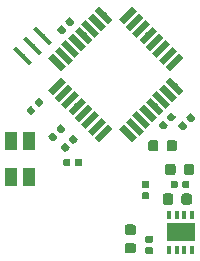
<source format=gbr>
G04 #@! TF.GenerationSoftware,KiCad,Pcbnew,(5.1.2)-2*
G04 #@! TF.CreationDate,2020-03-09T10:25:20+01:00*
G04 #@! TF.ProjectId,ACM-pcb,41434d2d-7063-4622-9e6b-696361645f70,rev?*
G04 #@! TF.SameCoordinates,Original*
G04 #@! TF.FileFunction,Paste,Top*
G04 #@! TF.FilePolarity,Positive*
%FSLAX46Y46*%
G04 Gerber Fmt 4.6, Leading zero omitted, Abs format (unit mm)*
G04 Created by KiCad (PCBNEW (5.1.2)-2) date 2020-03-09 10:25:20*
%MOMM*%
%LPD*%
G04 APERTURE LIST*
%ADD10C,0.100000*%
%ADD11C,0.875000*%
%ADD12C,0.550000*%
%ADD13R,1.100000X1.500000*%
%ADD14C,0.590000*%
%ADD15C,0.400000*%
%ADD16R,0.350000X0.750000*%
%ADD17R,2.400000X1.600000*%
G04 APERTURE END LIST*
D10*
G36*
X78700791Y-82533253D02*
G01*
X78722026Y-82536403D01*
X78742850Y-82541619D01*
X78763062Y-82548851D01*
X78782468Y-82558030D01*
X78800881Y-82569066D01*
X78818124Y-82581854D01*
X78834030Y-82596270D01*
X78848446Y-82612176D01*
X78861234Y-82629419D01*
X78872270Y-82647832D01*
X78881449Y-82667238D01*
X78888681Y-82687450D01*
X78893897Y-82708274D01*
X78897047Y-82729509D01*
X78898100Y-82750950D01*
X78898100Y-83263450D01*
X78897047Y-83284891D01*
X78893897Y-83306126D01*
X78888681Y-83326950D01*
X78881449Y-83347162D01*
X78872270Y-83366568D01*
X78861234Y-83384981D01*
X78848446Y-83402224D01*
X78834030Y-83418130D01*
X78818124Y-83432546D01*
X78800881Y-83445334D01*
X78782468Y-83456370D01*
X78763062Y-83465549D01*
X78742850Y-83472781D01*
X78722026Y-83477997D01*
X78700791Y-83481147D01*
X78679350Y-83482200D01*
X78241850Y-83482200D01*
X78220409Y-83481147D01*
X78199174Y-83477997D01*
X78178350Y-83472781D01*
X78158138Y-83465549D01*
X78138732Y-83456370D01*
X78120319Y-83445334D01*
X78103076Y-83432546D01*
X78087170Y-83418130D01*
X78072754Y-83402224D01*
X78059966Y-83384981D01*
X78048930Y-83366568D01*
X78039751Y-83347162D01*
X78032519Y-83326950D01*
X78027303Y-83306126D01*
X78024153Y-83284891D01*
X78023100Y-83263450D01*
X78023100Y-82750950D01*
X78024153Y-82729509D01*
X78027303Y-82708274D01*
X78032519Y-82687450D01*
X78039751Y-82667238D01*
X78048930Y-82647832D01*
X78059966Y-82629419D01*
X78072754Y-82612176D01*
X78087170Y-82596270D01*
X78103076Y-82581854D01*
X78120319Y-82569066D01*
X78138732Y-82558030D01*
X78158138Y-82548851D01*
X78178350Y-82541619D01*
X78199174Y-82536403D01*
X78220409Y-82533253D01*
X78241850Y-82532200D01*
X78679350Y-82532200D01*
X78700791Y-82533253D01*
X78700791Y-82533253D01*
G37*
D11*
X78460600Y-83007200D03*
D10*
G36*
X80275791Y-82533253D02*
G01*
X80297026Y-82536403D01*
X80317850Y-82541619D01*
X80338062Y-82548851D01*
X80357468Y-82558030D01*
X80375881Y-82569066D01*
X80393124Y-82581854D01*
X80409030Y-82596270D01*
X80423446Y-82612176D01*
X80436234Y-82629419D01*
X80447270Y-82647832D01*
X80456449Y-82667238D01*
X80463681Y-82687450D01*
X80468897Y-82708274D01*
X80472047Y-82729509D01*
X80473100Y-82750950D01*
X80473100Y-83263450D01*
X80472047Y-83284891D01*
X80468897Y-83306126D01*
X80463681Y-83326950D01*
X80456449Y-83347162D01*
X80447270Y-83366568D01*
X80436234Y-83384981D01*
X80423446Y-83402224D01*
X80409030Y-83418130D01*
X80393124Y-83432546D01*
X80375881Y-83445334D01*
X80357468Y-83456370D01*
X80338062Y-83465549D01*
X80317850Y-83472781D01*
X80297026Y-83477997D01*
X80275791Y-83481147D01*
X80254350Y-83482200D01*
X79816850Y-83482200D01*
X79795409Y-83481147D01*
X79774174Y-83477997D01*
X79753350Y-83472781D01*
X79733138Y-83465549D01*
X79713732Y-83456370D01*
X79695319Y-83445334D01*
X79678076Y-83432546D01*
X79662170Y-83418130D01*
X79647754Y-83402224D01*
X79634966Y-83384981D01*
X79623930Y-83366568D01*
X79614751Y-83347162D01*
X79607519Y-83326950D01*
X79602303Y-83306126D01*
X79599153Y-83284891D01*
X79598100Y-83263450D01*
X79598100Y-82750950D01*
X79599153Y-82729509D01*
X79602303Y-82708274D01*
X79607519Y-82687450D01*
X79614751Y-82667238D01*
X79623930Y-82647832D01*
X79634966Y-82629419D01*
X79647754Y-82612176D01*
X79662170Y-82596270D01*
X79678076Y-82581854D01*
X79695319Y-82569066D01*
X79713732Y-82558030D01*
X79733138Y-82548851D01*
X79753350Y-82541619D01*
X79774174Y-82536403D01*
X79795409Y-82533253D01*
X79816850Y-82532200D01*
X80254350Y-82532200D01*
X80275791Y-82533253D01*
X80275791Y-82533253D01*
G37*
D11*
X80035600Y-83007200D03*
D10*
G36*
X79027691Y-78026053D02*
G01*
X79048926Y-78029203D01*
X79069750Y-78034419D01*
X79089962Y-78041651D01*
X79109368Y-78050830D01*
X79127781Y-78061866D01*
X79145024Y-78074654D01*
X79160930Y-78089070D01*
X79175346Y-78104976D01*
X79188134Y-78122219D01*
X79199170Y-78140632D01*
X79208349Y-78160038D01*
X79215581Y-78180250D01*
X79220797Y-78201074D01*
X79223947Y-78222309D01*
X79225000Y-78243750D01*
X79225000Y-78756250D01*
X79223947Y-78777691D01*
X79220797Y-78798926D01*
X79215581Y-78819750D01*
X79208349Y-78839962D01*
X79199170Y-78859368D01*
X79188134Y-78877781D01*
X79175346Y-78895024D01*
X79160930Y-78910930D01*
X79145024Y-78925346D01*
X79127781Y-78938134D01*
X79109368Y-78949170D01*
X79089962Y-78958349D01*
X79069750Y-78965581D01*
X79048926Y-78970797D01*
X79027691Y-78973947D01*
X79006250Y-78975000D01*
X78568750Y-78975000D01*
X78547309Y-78973947D01*
X78526074Y-78970797D01*
X78505250Y-78965581D01*
X78485038Y-78958349D01*
X78465632Y-78949170D01*
X78447219Y-78938134D01*
X78429976Y-78925346D01*
X78414070Y-78910930D01*
X78399654Y-78895024D01*
X78386866Y-78877781D01*
X78375830Y-78859368D01*
X78366651Y-78839962D01*
X78359419Y-78819750D01*
X78354203Y-78798926D01*
X78351053Y-78777691D01*
X78350000Y-78756250D01*
X78350000Y-78243750D01*
X78351053Y-78222309D01*
X78354203Y-78201074D01*
X78359419Y-78180250D01*
X78366651Y-78160038D01*
X78375830Y-78140632D01*
X78386866Y-78122219D01*
X78399654Y-78104976D01*
X78414070Y-78089070D01*
X78429976Y-78074654D01*
X78447219Y-78061866D01*
X78465632Y-78050830D01*
X78485038Y-78041651D01*
X78505250Y-78034419D01*
X78526074Y-78029203D01*
X78547309Y-78026053D01*
X78568750Y-78025000D01*
X79006250Y-78025000D01*
X79027691Y-78026053D01*
X79027691Y-78026053D01*
G37*
D11*
X78787500Y-78500000D03*
D10*
G36*
X77452691Y-78026053D02*
G01*
X77473926Y-78029203D01*
X77494750Y-78034419D01*
X77514962Y-78041651D01*
X77534368Y-78050830D01*
X77552781Y-78061866D01*
X77570024Y-78074654D01*
X77585930Y-78089070D01*
X77600346Y-78104976D01*
X77613134Y-78122219D01*
X77624170Y-78140632D01*
X77633349Y-78160038D01*
X77640581Y-78180250D01*
X77645797Y-78201074D01*
X77648947Y-78222309D01*
X77650000Y-78243750D01*
X77650000Y-78756250D01*
X77648947Y-78777691D01*
X77645797Y-78798926D01*
X77640581Y-78819750D01*
X77633349Y-78839962D01*
X77624170Y-78859368D01*
X77613134Y-78877781D01*
X77600346Y-78895024D01*
X77585930Y-78910930D01*
X77570024Y-78925346D01*
X77552781Y-78938134D01*
X77534368Y-78949170D01*
X77514962Y-78958349D01*
X77494750Y-78965581D01*
X77473926Y-78970797D01*
X77452691Y-78973947D01*
X77431250Y-78975000D01*
X76993750Y-78975000D01*
X76972309Y-78973947D01*
X76951074Y-78970797D01*
X76930250Y-78965581D01*
X76910038Y-78958349D01*
X76890632Y-78949170D01*
X76872219Y-78938134D01*
X76854976Y-78925346D01*
X76839070Y-78910930D01*
X76824654Y-78895024D01*
X76811866Y-78877781D01*
X76800830Y-78859368D01*
X76791651Y-78839962D01*
X76784419Y-78819750D01*
X76779203Y-78798926D01*
X76776053Y-78777691D01*
X76775000Y-78756250D01*
X76775000Y-78243750D01*
X76776053Y-78222309D01*
X76779203Y-78201074D01*
X76784419Y-78180250D01*
X76791651Y-78160038D01*
X76800830Y-78140632D01*
X76811866Y-78122219D01*
X76824654Y-78104976D01*
X76839070Y-78089070D01*
X76854976Y-78074654D01*
X76872219Y-78061866D01*
X76890632Y-78050830D01*
X76910038Y-78041651D01*
X76930250Y-78034419D01*
X76951074Y-78029203D01*
X76972309Y-78026053D01*
X76993750Y-78025000D01*
X77431250Y-78025000D01*
X77452691Y-78026053D01*
X77452691Y-78026053D01*
G37*
D11*
X77212500Y-78500000D03*
D12*
X73018019Y-67461165D03*
D10*
G36*
X72257879Y-67089934D02*
G01*
X72646788Y-66701025D01*
X73778159Y-67832396D01*
X73389250Y-68221305D01*
X72257879Y-67089934D01*
X72257879Y-67089934D01*
G37*
D12*
X72452334Y-68026851D03*
D10*
G36*
X71692194Y-67655620D02*
G01*
X72081103Y-67266711D01*
X73212474Y-68398082D01*
X72823565Y-68786991D01*
X71692194Y-67655620D01*
X71692194Y-67655620D01*
G37*
D12*
X71886648Y-68592536D03*
D10*
G36*
X71126508Y-68221305D02*
G01*
X71515417Y-67832396D01*
X72646788Y-68963767D01*
X72257879Y-69352676D01*
X71126508Y-68221305D01*
X71126508Y-68221305D01*
G37*
D12*
X71320963Y-69158221D03*
D10*
G36*
X70560823Y-68786990D02*
G01*
X70949732Y-68398081D01*
X72081103Y-69529452D01*
X71692194Y-69918361D01*
X70560823Y-68786990D01*
X70560823Y-68786990D01*
G37*
D12*
X70755277Y-69723907D03*
D10*
G36*
X69995137Y-69352676D02*
G01*
X70384046Y-68963767D01*
X71515417Y-70095138D01*
X71126508Y-70484047D01*
X69995137Y-69352676D01*
X69995137Y-69352676D01*
G37*
D12*
X70189592Y-70289592D03*
D10*
G36*
X69429452Y-69918361D02*
G01*
X69818361Y-69529452D01*
X70949732Y-70660823D01*
X70560823Y-71049732D01*
X69429452Y-69918361D01*
X69429452Y-69918361D01*
G37*
D12*
X69623907Y-70855278D03*
D10*
G36*
X68863767Y-70484047D02*
G01*
X69252676Y-70095138D01*
X70384047Y-71226509D01*
X69995138Y-71615418D01*
X68863767Y-70484047D01*
X68863767Y-70484047D01*
G37*
D12*
X69058221Y-71420963D03*
D10*
G36*
X68298081Y-71049732D02*
G01*
X68686990Y-70660823D01*
X69818361Y-71792194D01*
X69429452Y-72181103D01*
X68298081Y-71049732D01*
X68298081Y-71049732D01*
G37*
D12*
X69058221Y-73471573D03*
D10*
G36*
X68686990Y-74231713D02*
G01*
X68298081Y-73842804D01*
X69429452Y-72711433D01*
X69818361Y-73100342D01*
X68686990Y-74231713D01*
X68686990Y-74231713D01*
G37*
D12*
X69623907Y-74037258D03*
D10*
G36*
X69252676Y-74797398D02*
G01*
X68863767Y-74408489D01*
X69995138Y-73277118D01*
X70384047Y-73666027D01*
X69252676Y-74797398D01*
X69252676Y-74797398D01*
G37*
D12*
X70189592Y-74602944D03*
D10*
G36*
X69818361Y-75363084D02*
G01*
X69429452Y-74974175D01*
X70560823Y-73842804D01*
X70949732Y-74231713D01*
X69818361Y-75363084D01*
X69818361Y-75363084D01*
G37*
D12*
X70755277Y-75168629D03*
D10*
G36*
X70384046Y-75928769D02*
G01*
X69995137Y-75539860D01*
X71126508Y-74408489D01*
X71515417Y-74797398D01*
X70384046Y-75928769D01*
X70384046Y-75928769D01*
G37*
D12*
X71320963Y-75734315D03*
D10*
G36*
X70949732Y-76494455D02*
G01*
X70560823Y-76105546D01*
X71692194Y-74974175D01*
X72081103Y-75363084D01*
X70949732Y-76494455D01*
X70949732Y-76494455D01*
G37*
D12*
X71886648Y-76300000D03*
D10*
G36*
X71515417Y-77060140D02*
G01*
X71126508Y-76671231D01*
X72257879Y-75539860D01*
X72646788Y-75928769D01*
X71515417Y-77060140D01*
X71515417Y-77060140D01*
G37*
D12*
X72452334Y-76865685D03*
D10*
G36*
X72081103Y-77625825D02*
G01*
X71692194Y-77236916D01*
X72823565Y-76105545D01*
X73212474Y-76494454D01*
X72081103Y-77625825D01*
X72081103Y-77625825D01*
G37*
D12*
X73018019Y-77431371D03*
D10*
G36*
X72646788Y-78191511D02*
G01*
X72257879Y-77802602D01*
X73389250Y-76671231D01*
X73778159Y-77060140D01*
X72646788Y-78191511D01*
X72646788Y-78191511D01*
G37*
D12*
X75068629Y-77431371D03*
D10*
G36*
X74308489Y-77060140D02*
G01*
X74697398Y-76671231D01*
X75828769Y-77802602D01*
X75439860Y-78191511D01*
X74308489Y-77060140D01*
X74308489Y-77060140D01*
G37*
D12*
X75634314Y-76865685D03*
D10*
G36*
X74874174Y-76494454D02*
G01*
X75263083Y-76105545D01*
X76394454Y-77236916D01*
X76005545Y-77625825D01*
X74874174Y-76494454D01*
X74874174Y-76494454D01*
G37*
D12*
X76200000Y-76300000D03*
D10*
G36*
X75439860Y-75928769D02*
G01*
X75828769Y-75539860D01*
X76960140Y-76671231D01*
X76571231Y-77060140D01*
X75439860Y-75928769D01*
X75439860Y-75928769D01*
G37*
D12*
X76765685Y-75734315D03*
D10*
G36*
X76005545Y-75363084D02*
G01*
X76394454Y-74974175D01*
X77525825Y-76105546D01*
X77136916Y-76494455D01*
X76005545Y-75363084D01*
X76005545Y-75363084D01*
G37*
D12*
X77331371Y-75168629D03*
D10*
G36*
X76571231Y-74797398D02*
G01*
X76960140Y-74408489D01*
X78091511Y-75539860D01*
X77702602Y-75928769D01*
X76571231Y-74797398D01*
X76571231Y-74797398D01*
G37*
D12*
X77897056Y-74602944D03*
D10*
G36*
X77136916Y-74231713D02*
G01*
X77525825Y-73842804D01*
X78657196Y-74974175D01*
X78268287Y-75363084D01*
X77136916Y-74231713D01*
X77136916Y-74231713D01*
G37*
D12*
X78462741Y-74037258D03*
D10*
G36*
X77702601Y-73666027D02*
G01*
X78091510Y-73277118D01*
X79222881Y-74408489D01*
X78833972Y-74797398D01*
X77702601Y-73666027D01*
X77702601Y-73666027D01*
G37*
D12*
X79028427Y-73471573D03*
D10*
G36*
X78268287Y-73100342D02*
G01*
X78657196Y-72711433D01*
X79788567Y-73842804D01*
X79399658Y-74231713D01*
X78268287Y-73100342D01*
X78268287Y-73100342D01*
G37*
D12*
X79028427Y-71420963D03*
D10*
G36*
X78657196Y-72181103D02*
G01*
X78268287Y-71792194D01*
X79399658Y-70660823D01*
X79788567Y-71049732D01*
X78657196Y-72181103D01*
X78657196Y-72181103D01*
G37*
D12*
X78462741Y-70855278D03*
D10*
G36*
X78091510Y-71615418D02*
G01*
X77702601Y-71226509D01*
X78833972Y-70095138D01*
X79222881Y-70484047D01*
X78091510Y-71615418D01*
X78091510Y-71615418D01*
G37*
D12*
X77897056Y-70289592D03*
D10*
G36*
X77525825Y-71049732D02*
G01*
X77136916Y-70660823D01*
X78268287Y-69529452D01*
X78657196Y-69918361D01*
X77525825Y-71049732D01*
X77525825Y-71049732D01*
G37*
D12*
X77331371Y-69723907D03*
D10*
G36*
X76960140Y-70484047D02*
G01*
X76571231Y-70095138D01*
X77702602Y-68963767D01*
X78091511Y-69352676D01*
X76960140Y-70484047D01*
X76960140Y-70484047D01*
G37*
D12*
X76765685Y-69158221D03*
D10*
G36*
X76394454Y-69918361D02*
G01*
X76005545Y-69529452D01*
X77136916Y-68398081D01*
X77525825Y-68786990D01*
X76394454Y-69918361D01*
X76394454Y-69918361D01*
G37*
D12*
X76200000Y-68592536D03*
D10*
G36*
X75828769Y-69352676D02*
G01*
X75439860Y-68963767D01*
X76571231Y-67832396D01*
X76960140Y-68221305D01*
X75828769Y-69352676D01*
X75828769Y-69352676D01*
G37*
D12*
X75634314Y-68026851D03*
D10*
G36*
X75263083Y-68786991D02*
G01*
X74874174Y-68398082D01*
X76005545Y-67266711D01*
X76394454Y-67655620D01*
X75263083Y-68786991D01*
X75263083Y-68786991D01*
G37*
D12*
X75068629Y-67461165D03*
D10*
G36*
X74697398Y-68221305D02*
G01*
X74308489Y-67832396D01*
X75439860Y-66701025D01*
X75828769Y-67089934D01*
X74697398Y-68221305D01*
X74697398Y-68221305D01*
G37*
D13*
X65188400Y-81103600D03*
X65188400Y-78103600D03*
X66688400Y-78103600D03*
X66688400Y-81103600D03*
D10*
G36*
X70061958Y-79580710D02*
G01*
X70076276Y-79582834D01*
X70090317Y-79586351D01*
X70103946Y-79591228D01*
X70117031Y-79597417D01*
X70129447Y-79604858D01*
X70141073Y-79613481D01*
X70151798Y-79623202D01*
X70161519Y-79633927D01*
X70170142Y-79645553D01*
X70177583Y-79657969D01*
X70183772Y-79671054D01*
X70188649Y-79684683D01*
X70192166Y-79698724D01*
X70194290Y-79713042D01*
X70195000Y-79727500D01*
X70195000Y-80072500D01*
X70194290Y-80086958D01*
X70192166Y-80101276D01*
X70188649Y-80115317D01*
X70183772Y-80128946D01*
X70177583Y-80142031D01*
X70170142Y-80154447D01*
X70161519Y-80166073D01*
X70151798Y-80176798D01*
X70141073Y-80186519D01*
X70129447Y-80195142D01*
X70117031Y-80202583D01*
X70103946Y-80208772D01*
X70090317Y-80213649D01*
X70076276Y-80217166D01*
X70061958Y-80219290D01*
X70047500Y-80220000D01*
X69752500Y-80220000D01*
X69738042Y-80219290D01*
X69723724Y-80217166D01*
X69709683Y-80213649D01*
X69696054Y-80208772D01*
X69682969Y-80202583D01*
X69670553Y-80195142D01*
X69658927Y-80186519D01*
X69648202Y-80176798D01*
X69638481Y-80166073D01*
X69629858Y-80154447D01*
X69622417Y-80142031D01*
X69616228Y-80128946D01*
X69611351Y-80115317D01*
X69607834Y-80101276D01*
X69605710Y-80086958D01*
X69605000Y-80072500D01*
X69605000Y-79727500D01*
X69605710Y-79713042D01*
X69607834Y-79698724D01*
X69611351Y-79684683D01*
X69616228Y-79671054D01*
X69622417Y-79657969D01*
X69629858Y-79645553D01*
X69638481Y-79633927D01*
X69648202Y-79623202D01*
X69658927Y-79613481D01*
X69670553Y-79604858D01*
X69682969Y-79597417D01*
X69696054Y-79591228D01*
X69709683Y-79586351D01*
X69723724Y-79582834D01*
X69738042Y-79580710D01*
X69752500Y-79580000D01*
X70047500Y-79580000D01*
X70061958Y-79580710D01*
X70061958Y-79580710D01*
G37*
D14*
X69900000Y-79900000D03*
D10*
G36*
X71031958Y-79580710D02*
G01*
X71046276Y-79582834D01*
X71060317Y-79586351D01*
X71073946Y-79591228D01*
X71087031Y-79597417D01*
X71099447Y-79604858D01*
X71111073Y-79613481D01*
X71121798Y-79623202D01*
X71131519Y-79633927D01*
X71140142Y-79645553D01*
X71147583Y-79657969D01*
X71153772Y-79671054D01*
X71158649Y-79684683D01*
X71162166Y-79698724D01*
X71164290Y-79713042D01*
X71165000Y-79727500D01*
X71165000Y-80072500D01*
X71164290Y-80086958D01*
X71162166Y-80101276D01*
X71158649Y-80115317D01*
X71153772Y-80128946D01*
X71147583Y-80142031D01*
X71140142Y-80154447D01*
X71131519Y-80166073D01*
X71121798Y-80176798D01*
X71111073Y-80186519D01*
X71099447Y-80195142D01*
X71087031Y-80202583D01*
X71073946Y-80208772D01*
X71060317Y-80213649D01*
X71046276Y-80217166D01*
X71031958Y-80219290D01*
X71017500Y-80220000D01*
X70722500Y-80220000D01*
X70708042Y-80219290D01*
X70693724Y-80217166D01*
X70679683Y-80213649D01*
X70666054Y-80208772D01*
X70652969Y-80202583D01*
X70640553Y-80195142D01*
X70628927Y-80186519D01*
X70618202Y-80176798D01*
X70608481Y-80166073D01*
X70599858Y-80154447D01*
X70592417Y-80142031D01*
X70586228Y-80128946D01*
X70581351Y-80115317D01*
X70577834Y-80101276D01*
X70575710Y-80086958D01*
X70575000Y-80072500D01*
X70575000Y-79727500D01*
X70575710Y-79713042D01*
X70577834Y-79698724D01*
X70581351Y-79684683D01*
X70586228Y-79671054D01*
X70592417Y-79657969D01*
X70599858Y-79645553D01*
X70608481Y-79633927D01*
X70618202Y-79623202D01*
X70628927Y-79613481D01*
X70640553Y-79604858D01*
X70652969Y-79597417D01*
X70666054Y-79591228D01*
X70679683Y-79586351D01*
X70693724Y-79582834D01*
X70708042Y-79580710D01*
X70722500Y-79580000D01*
X71017500Y-79580000D01*
X71031958Y-79580710D01*
X71031958Y-79580710D01*
G37*
D14*
X70870000Y-79900000D03*
D10*
G36*
X69745086Y-78265430D02*
G01*
X69759404Y-78267554D01*
X69773445Y-78271071D01*
X69787074Y-78275948D01*
X69800159Y-78282137D01*
X69812575Y-78289578D01*
X69824201Y-78298201D01*
X69834926Y-78307922D01*
X70078878Y-78551874D01*
X70088599Y-78562599D01*
X70097222Y-78574225D01*
X70104663Y-78586641D01*
X70110852Y-78599726D01*
X70115729Y-78613355D01*
X70119246Y-78627396D01*
X70121370Y-78641714D01*
X70122080Y-78656172D01*
X70121370Y-78670630D01*
X70119246Y-78684948D01*
X70115729Y-78698989D01*
X70110852Y-78712618D01*
X70104663Y-78725703D01*
X70097222Y-78738119D01*
X70088599Y-78749745D01*
X70078878Y-78760470D01*
X69870282Y-78969066D01*
X69859557Y-78978787D01*
X69847931Y-78987410D01*
X69835515Y-78994851D01*
X69822430Y-79001040D01*
X69808801Y-79005917D01*
X69794760Y-79009434D01*
X69780442Y-79011558D01*
X69765984Y-79012268D01*
X69751526Y-79011558D01*
X69737208Y-79009434D01*
X69723167Y-79005917D01*
X69709538Y-79001040D01*
X69696453Y-78994851D01*
X69684037Y-78987410D01*
X69672411Y-78978787D01*
X69661686Y-78969066D01*
X69417734Y-78725114D01*
X69408013Y-78714389D01*
X69399390Y-78702763D01*
X69391949Y-78690347D01*
X69385760Y-78677262D01*
X69380883Y-78663633D01*
X69377366Y-78649592D01*
X69375242Y-78635274D01*
X69374532Y-78620816D01*
X69375242Y-78606358D01*
X69377366Y-78592040D01*
X69380883Y-78577999D01*
X69385760Y-78564370D01*
X69391949Y-78551285D01*
X69399390Y-78538869D01*
X69408013Y-78527243D01*
X69417734Y-78516518D01*
X69626330Y-78307922D01*
X69637055Y-78298201D01*
X69648681Y-78289578D01*
X69661097Y-78282137D01*
X69674182Y-78275948D01*
X69687811Y-78271071D01*
X69701852Y-78267554D01*
X69716170Y-78265430D01*
X69730628Y-78264720D01*
X69745086Y-78265430D01*
X69745086Y-78265430D01*
G37*
D14*
X69748306Y-78638494D03*
D10*
G36*
X70430980Y-77579536D02*
G01*
X70445298Y-77581660D01*
X70459339Y-77585177D01*
X70472968Y-77590054D01*
X70486053Y-77596243D01*
X70498469Y-77603684D01*
X70510095Y-77612307D01*
X70520820Y-77622028D01*
X70764772Y-77865980D01*
X70774493Y-77876705D01*
X70783116Y-77888331D01*
X70790557Y-77900747D01*
X70796746Y-77913832D01*
X70801623Y-77927461D01*
X70805140Y-77941502D01*
X70807264Y-77955820D01*
X70807974Y-77970278D01*
X70807264Y-77984736D01*
X70805140Y-77999054D01*
X70801623Y-78013095D01*
X70796746Y-78026724D01*
X70790557Y-78039809D01*
X70783116Y-78052225D01*
X70774493Y-78063851D01*
X70764772Y-78074576D01*
X70556176Y-78283172D01*
X70545451Y-78292893D01*
X70533825Y-78301516D01*
X70521409Y-78308957D01*
X70508324Y-78315146D01*
X70494695Y-78320023D01*
X70480654Y-78323540D01*
X70466336Y-78325664D01*
X70451878Y-78326374D01*
X70437420Y-78325664D01*
X70423102Y-78323540D01*
X70409061Y-78320023D01*
X70395432Y-78315146D01*
X70382347Y-78308957D01*
X70369931Y-78301516D01*
X70358305Y-78292893D01*
X70347580Y-78283172D01*
X70103628Y-78039220D01*
X70093907Y-78028495D01*
X70085284Y-78016869D01*
X70077843Y-78004453D01*
X70071654Y-77991368D01*
X70066777Y-77977739D01*
X70063260Y-77963698D01*
X70061136Y-77949380D01*
X70060426Y-77934922D01*
X70061136Y-77920464D01*
X70063260Y-77906146D01*
X70066777Y-77892105D01*
X70071654Y-77878476D01*
X70077843Y-77865391D01*
X70085284Y-77852975D01*
X70093907Y-77841349D01*
X70103628Y-77830624D01*
X70312224Y-77622028D01*
X70322949Y-77612307D01*
X70334575Y-77603684D01*
X70346991Y-77596243D01*
X70360076Y-77590054D01*
X70373705Y-77585177D01*
X70387746Y-77581660D01*
X70402064Y-77579536D01*
X70416522Y-77578826D01*
X70430980Y-77579536D01*
X70430980Y-77579536D01*
G37*
D14*
X70434200Y-77952600D03*
D15*
X67847057Y-69182943D03*
D10*
G36*
X68377387Y-69996116D02*
G01*
X67033884Y-68652613D01*
X67316727Y-68369770D01*
X68660230Y-69713273D01*
X68377387Y-69996116D01*
X68377387Y-69996116D01*
G37*
D15*
X66998529Y-70031472D03*
D10*
G36*
X67528859Y-70844645D02*
G01*
X66185356Y-69501142D01*
X66468199Y-69218299D01*
X67811702Y-70561802D01*
X67528859Y-70844645D01*
X67528859Y-70844645D01*
G37*
D15*
X66150000Y-70880000D03*
D10*
G36*
X66680330Y-71693173D02*
G01*
X65336827Y-70349670D01*
X65619670Y-70066827D01*
X66963173Y-71410330D01*
X66680330Y-71693173D01*
X66680330Y-71693173D01*
G37*
G36*
X70132674Y-67616042D02*
G01*
X70146992Y-67618166D01*
X70161033Y-67621683D01*
X70174662Y-67626560D01*
X70187747Y-67632749D01*
X70200163Y-67640190D01*
X70211789Y-67648813D01*
X70222514Y-67658534D01*
X70466466Y-67902486D01*
X70476187Y-67913211D01*
X70484810Y-67924837D01*
X70492251Y-67937253D01*
X70498440Y-67950338D01*
X70503317Y-67963967D01*
X70506834Y-67978008D01*
X70508958Y-67992326D01*
X70509668Y-68006784D01*
X70508958Y-68021242D01*
X70506834Y-68035560D01*
X70503317Y-68049601D01*
X70498440Y-68063230D01*
X70492251Y-68076315D01*
X70484810Y-68088731D01*
X70476187Y-68100357D01*
X70466466Y-68111082D01*
X70257870Y-68319678D01*
X70247145Y-68329399D01*
X70235519Y-68338022D01*
X70223103Y-68345463D01*
X70210018Y-68351652D01*
X70196389Y-68356529D01*
X70182348Y-68360046D01*
X70168030Y-68362170D01*
X70153572Y-68362880D01*
X70139114Y-68362170D01*
X70124796Y-68360046D01*
X70110755Y-68356529D01*
X70097126Y-68351652D01*
X70084041Y-68345463D01*
X70071625Y-68338022D01*
X70059999Y-68329399D01*
X70049274Y-68319678D01*
X69805322Y-68075726D01*
X69795601Y-68065001D01*
X69786978Y-68053375D01*
X69779537Y-68040959D01*
X69773348Y-68027874D01*
X69768471Y-68014245D01*
X69764954Y-68000204D01*
X69762830Y-67985886D01*
X69762120Y-67971428D01*
X69762830Y-67956970D01*
X69764954Y-67942652D01*
X69768471Y-67928611D01*
X69773348Y-67914982D01*
X69779537Y-67901897D01*
X69786978Y-67889481D01*
X69795601Y-67877855D01*
X69805322Y-67867130D01*
X70013918Y-67658534D01*
X70024643Y-67648813D01*
X70036269Y-67640190D01*
X70048685Y-67632749D01*
X70061770Y-67626560D01*
X70075399Y-67621683D01*
X70089440Y-67618166D01*
X70103758Y-67616042D01*
X70118216Y-67615332D01*
X70132674Y-67616042D01*
X70132674Y-67616042D01*
G37*
D14*
X70135894Y-67989106D03*
D10*
G36*
X69446780Y-68301936D02*
G01*
X69461098Y-68304060D01*
X69475139Y-68307577D01*
X69488768Y-68312454D01*
X69501853Y-68318643D01*
X69514269Y-68326084D01*
X69525895Y-68334707D01*
X69536620Y-68344428D01*
X69780572Y-68588380D01*
X69790293Y-68599105D01*
X69798916Y-68610731D01*
X69806357Y-68623147D01*
X69812546Y-68636232D01*
X69817423Y-68649861D01*
X69820940Y-68663902D01*
X69823064Y-68678220D01*
X69823774Y-68692678D01*
X69823064Y-68707136D01*
X69820940Y-68721454D01*
X69817423Y-68735495D01*
X69812546Y-68749124D01*
X69806357Y-68762209D01*
X69798916Y-68774625D01*
X69790293Y-68786251D01*
X69780572Y-68796976D01*
X69571976Y-69005572D01*
X69561251Y-69015293D01*
X69549625Y-69023916D01*
X69537209Y-69031357D01*
X69524124Y-69037546D01*
X69510495Y-69042423D01*
X69496454Y-69045940D01*
X69482136Y-69048064D01*
X69467678Y-69048774D01*
X69453220Y-69048064D01*
X69438902Y-69045940D01*
X69424861Y-69042423D01*
X69411232Y-69037546D01*
X69398147Y-69031357D01*
X69385731Y-69023916D01*
X69374105Y-69015293D01*
X69363380Y-69005572D01*
X69119428Y-68761620D01*
X69109707Y-68750895D01*
X69101084Y-68739269D01*
X69093643Y-68726853D01*
X69087454Y-68713768D01*
X69082577Y-68700139D01*
X69079060Y-68686098D01*
X69076936Y-68671780D01*
X69076226Y-68657322D01*
X69076936Y-68642864D01*
X69079060Y-68628546D01*
X69082577Y-68614505D01*
X69087454Y-68600876D01*
X69093643Y-68587791D01*
X69101084Y-68575375D01*
X69109707Y-68563749D01*
X69119428Y-68553024D01*
X69328024Y-68344428D01*
X69338749Y-68334707D01*
X69350375Y-68326084D01*
X69362791Y-68318643D01*
X69375876Y-68312454D01*
X69389505Y-68307577D01*
X69403546Y-68304060D01*
X69417864Y-68301936D01*
X69432322Y-68301226D01*
X69446780Y-68301936D01*
X69446780Y-68301936D01*
G37*
D14*
X69450000Y-68675000D03*
D10*
G36*
X79696780Y-76426936D02*
G01*
X79711098Y-76429060D01*
X79725139Y-76432577D01*
X79738768Y-76437454D01*
X79751853Y-76443643D01*
X79764269Y-76451084D01*
X79775895Y-76459707D01*
X79786620Y-76469428D01*
X80030572Y-76713380D01*
X80040293Y-76724105D01*
X80048916Y-76735731D01*
X80056357Y-76748147D01*
X80062546Y-76761232D01*
X80067423Y-76774861D01*
X80070940Y-76788902D01*
X80073064Y-76803220D01*
X80073774Y-76817678D01*
X80073064Y-76832136D01*
X80070940Y-76846454D01*
X80067423Y-76860495D01*
X80062546Y-76874124D01*
X80056357Y-76887209D01*
X80048916Y-76899625D01*
X80040293Y-76911251D01*
X80030572Y-76921976D01*
X79821976Y-77130572D01*
X79811251Y-77140293D01*
X79799625Y-77148916D01*
X79787209Y-77156357D01*
X79774124Y-77162546D01*
X79760495Y-77167423D01*
X79746454Y-77170940D01*
X79732136Y-77173064D01*
X79717678Y-77173774D01*
X79703220Y-77173064D01*
X79688902Y-77170940D01*
X79674861Y-77167423D01*
X79661232Y-77162546D01*
X79648147Y-77156357D01*
X79635731Y-77148916D01*
X79624105Y-77140293D01*
X79613380Y-77130572D01*
X79369428Y-76886620D01*
X79359707Y-76875895D01*
X79351084Y-76864269D01*
X79343643Y-76851853D01*
X79337454Y-76838768D01*
X79332577Y-76825139D01*
X79329060Y-76811098D01*
X79326936Y-76796780D01*
X79326226Y-76782322D01*
X79326936Y-76767864D01*
X79329060Y-76753546D01*
X79332577Y-76739505D01*
X79337454Y-76725876D01*
X79343643Y-76712791D01*
X79351084Y-76700375D01*
X79359707Y-76688749D01*
X79369428Y-76678024D01*
X79578024Y-76469428D01*
X79588749Y-76459707D01*
X79600375Y-76451084D01*
X79612791Y-76443643D01*
X79625876Y-76437454D01*
X79639505Y-76432577D01*
X79653546Y-76429060D01*
X79667864Y-76426936D01*
X79682322Y-76426226D01*
X79696780Y-76426936D01*
X79696780Y-76426936D01*
G37*
D14*
X79700000Y-76800000D03*
D10*
G36*
X80382674Y-75741042D02*
G01*
X80396992Y-75743166D01*
X80411033Y-75746683D01*
X80424662Y-75751560D01*
X80437747Y-75757749D01*
X80450163Y-75765190D01*
X80461789Y-75773813D01*
X80472514Y-75783534D01*
X80716466Y-76027486D01*
X80726187Y-76038211D01*
X80734810Y-76049837D01*
X80742251Y-76062253D01*
X80748440Y-76075338D01*
X80753317Y-76088967D01*
X80756834Y-76103008D01*
X80758958Y-76117326D01*
X80759668Y-76131784D01*
X80758958Y-76146242D01*
X80756834Y-76160560D01*
X80753317Y-76174601D01*
X80748440Y-76188230D01*
X80742251Y-76201315D01*
X80734810Y-76213731D01*
X80726187Y-76225357D01*
X80716466Y-76236082D01*
X80507870Y-76444678D01*
X80497145Y-76454399D01*
X80485519Y-76463022D01*
X80473103Y-76470463D01*
X80460018Y-76476652D01*
X80446389Y-76481529D01*
X80432348Y-76485046D01*
X80418030Y-76487170D01*
X80403572Y-76487880D01*
X80389114Y-76487170D01*
X80374796Y-76485046D01*
X80360755Y-76481529D01*
X80347126Y-76476652D01*
X80334041Y-76470463D01*
X80321625Y-76463022D01*
X80309999Y-76454399D01*
X80299274Y-76444678D01*
X80055322Y-76200726D01*
X80045601Y-76190001D01*
X80036978Y-76178375D01*
X80029537Y-76165959D01*
X80023348Y-76152874D01*
X80018471Y-76139245D01*
X80014954Y-76125204D01*
X80012830Y-76110886D01*
X80012120Y-76096428D01*
X80012830Y-76081970D01*
X80014954Y-76067652D01*
X80018471Y-76053611D01*
X80023348Y-76039982D01*
X80029537Y-76026897D01*
X80036978Y-76014481D01*
X80045601Y-76002855D01*
X80055322Y-75992130D01*
X80263918Y-75783534D01*
X80274643Y-75773813D01*
X80286269Y-75765190D01*
X80298685Y-75757749D01*
X80311770Y-75751560D01*
X80325399Y-75746683D01*
X80339440Y-75743166D01*
X80353758Y-75741042D01*
X80368216Y-75740332D01*
X80382674Y-75741042D01*
X80382674Y-75741042D01*
G37*
D14*
X80385894Y-76114106D03*
D10*
G36*
X76742558Y-82435910D02*
G01*
X76756876Y-82438034D01*
X76770917Y-82441551D01*
X76784546Y-82446428D01*
X76797631Y-82452617D01*
X76810047Y-82460058D01*
X76821673Y-82468681D01*
X76832398Y-82478402D01*
X76842119Y-82489127D01*
X76850742Y-82500753D01*
X76858183Y-82513169D01*
X76864372Y-82526254D01*
X76869249Y-82539883D01*
X76872766Y-82553924D01*
X76874890Y-82568242D01*
X76875600Y-82582700D01*
X76875600Y-82877700D01*
X76874890Y-82892158D01*
X76872766Y-82906476D01*
X76869249Y-82920517D01*
X76864372Y-82934146D01*
X76858183Y-82947231D01*
X76850742Y-82959647D01*
X76842119Y-82971273D01*
X76832398Y-82981998D01*
X76821673Y-82991719D01*
X76810047Y-83000342D01*
X76797631Y-83007783D01*
X76784546Y-83013972D01*
X76770917Y-83018849D01*
X76756876Y-83022366D01*
X76742558Y-83024490D01*
X76728100Y-83025200D01*
X76383100Y-83025200D01*
X76368642Y-83024490D01*
X76354324Y-83022366D01*
X76340283Y-83018849D01*
X76326654Y-83013972D01*
X76313569Y-83007783D01*
X76301153Y-83000342D01*
X76289527Y-82991719D01*
X76278802Y-82981998D01*
X76269081Y-82971273D01*
X76260458Y-82959647D01*
X76253017Y-82947231D01*
X76246828Y-82934146D01*
X76241951Y-82920517D01*
X76238434Y-82906476D01*
X76236310Y-82892158D01*
X76235600Y-82877700D01*
X76235600Y-82582700D01*
X76236310Y-82568242D01*
X76238434Y-82553924D01*
X76241951Y-82539883D01*
X76246828Y-82526254D01*
X76253017Y-82513169D01*
X76260458Y-82500753D01*
X76269081Y-82489127D01*
X76278802Y-82478402D01*
X76289527Y-82468681D01*
X76301153Y-82460058D01*
X76313569Y-82452617D01*
X76326654Y-82446428D01*
X76340283Y-82441551D01*
X76354324Y-82438034D01*
X76368642Y-82435910D01*
X76383100Y-82435200D01*
X76728100Y-82435200D01*
X76742558Y-82435910D01*
X76742558Y-82435910D01*
G37*
D14*
X76555600Y-82730200D03*
D10*
G36*
X76742558Y-81465910D02*
G01*
X76756876Y-81468034D01*
X76770917Y-81471551D01*
X76784546Y-81476428D01*
X76797631Y-81482617D01*
X76810047Y-81490058D01*
X76821673Y-81498681D01*
X76832398Y-81508402D01*
X76842119Y-81519127D01*
X76850742Y-81530753D01*
X76858183Y-81543169D01*
X76864372Y-81556254D01*
X76869249Y-81569883D01*
X76872766Y-81583924D01*
X76874890Y-81598242D01*
X76875600Y-81612700D01*
X76875600Y-81907700D01*
X76874890Y-81922158D01*
X76872766Y-81936476D01*
X76869249Y-81950517D01*
X76864372Y-81964146D01*
X76858183Y-81977231D01*
X76850742Y-81989647D01*
X76842119Y-82001273D01*
X76832398Y-82011998D01*
X76821673Y-82021719D01*
X76810047Y-82030342D01*
X76797631Y-82037783D01*
X76784546Y-82043972D01*
X76770917Y-82048849D01*
X76756876Y-82052366D01*
X76742558Y-82054490D01*
X76728100Y-82055200D01*
X76383100Y-82055200D01*
X76368642Y-82054490D01*
X76354324Y-82052366D01*
X76340283Y-82048849D01*
X76326654Y-82043972D01*
X76313569Y-82037783D01*
X76301153Y-82030342D01*
X76289527Y-82021719D01*
X76278802Y-82011998D01*
X76269081Y-82001273D01*
X76260458Y-81989647D01*
X76253017Y-81977231D01*
X76246828Y-81964146D01*
X76241951Y-81950517D01*
X76238434Y-81936476D01*
X76236310Y-81922158D01*
X76235600Y-81907700D01*
X76235600Y-81612700D01*
X76236310Y-81598242D01*
X76238434Y-81583924D01*
X76241951Y-81569883D01*
X76246828Y-81556254D01*
X76253017Y-81543169D01*
X76260458Y-81530753D01*
X76269081Y-81519127D01*
X76278802Y-81508402D01*
X76289527Y-81498681D01*
X76301153Y-81490058D01*
X76313569Y-81482617D01*
X76326654Y-81476428D01*
X76340283Y-81471551D01*
X76354324Y-81468034D01*
X76368642Y-81465910D01*
X76383100Y-81465200D01*
X76728100Y-81465200D01*
X76742558Y-81465910D01*
X76742558Y-81465910D01*
G37*
D14*
X76555600Y-81760200D03*
D10*
G36*
X78053833Y-76369883D02*
G01*
X78068151Y-76372007D01*
X78082192Y-76375524D01*
X78095821Y-76380401D01*
X78108906Y-76386590D01*
X78121322Y-76394031D01*
X78132948Y-76402654D01*
X78143673Y-76412375D01*
X78387625Y-76656327D01*
X78397346Y-76667052D01*
X78405969Y-76678678D01*
X78413410Y-76691094D01*
X78419599Y-76704179D01*
X78424476Y-76717808D01*
X78427993Y-76731849D01*
X78430117Y-76746167D01*
X78430827Y-76760625D01*
X78430117Y-76775083D01*
X78427993Y-76789401D01*
X78424476Y-76803442D01*
X78419599Y-76817071D01*
X78413410Y-76830156D01*
X78405969Y-76842572D01*
X78397346Y-76854198D01*
X78387625Y-76864923D01*
X78179029Y-77073519D01*
X78168304Y-77083240D01*
X78156678Y-77091863D01*
X78144262Y-77099304D01*
X78131177Y-77105493D01*
X78117548Y-77110370D01*
X78103507Y-77113887D01*
X78089189Y-77116011D01*
X78074731Y-77116721D01*
X78060273Y-77116011D01*
X78045955Y-77113887D01*
X78031914Y-77110370D01*
X78018285Y-77105493D01*
X78005200Y-77099304D01*
X77992784Y-77091863D01*
X77981158Y-77083240D01*
X77970433Y-77073519D01*
X77726481Y-76829567D01*
X77716760Y-76818842D01*
X77708137Y-76807216D01*
X77700696Y-76794800D01*
X77694507Y-76781715D01*
X77689630Y-76768086D01*
X77686113Y-76754045D01*
X77683989Y-76739727D01*
X77683279Y-76725269D01*
X77683989Y-76710811D01*
X77686113Y-76696493D01*
X77689630Y-76682452D01*
X77694507Y-76668823D01*
X77700696Y-76655738D01*
X77708137Y-76643322D01*
X77716760Y-76631696D01*
X77726481Y-76620971D01*
X77935077Y-76412375D01*
X77945802Y-76402654D01*
X77957428Y-76394031D01*
X77969844Y-76386590D01*
X77982929Y-76380401D01*
X77996558Y-76375524D01*
X78010599Y-76372007D01*
X78024917Y-76369883D01*
X78039375Y-76369173D01*
X78053833Y-76369883D01*
X78053833Y-76369883D01*
G37*
D14*
X78057053Y-76742947D03*
D10*
G36*
X78739727Y-75683989D02*
G01*
X78754045Y-75686113D01*
X78768086Y-75689630D01*
X78781715Y-75694507D01*
X78794800Y-75700696D01*
X78807216Y-75708137D01*
X78818842Y-75716760D01*
X78829567Y-75726481D01*
X79073519Y-75970433D01*
X79083240Y-75981158D01*
X79091863Y-75992784D01*
X79099304Y-76005200D01*
X79105493Y-76018285D01*
X79110370Y-76031914D01*
X79113887Y-76045955D01*
X79116011Y-76060273D01*
X79116721Y-76074731D01*
X79116011Y-76089189D01*
X79113887Y-76103507D01*
X79110370Y-76117548D01*
X79105493Y-76131177D01*
X79099304Y-76144262D01*
X79091863Y-76156678D01*
X79083240Y-76168304D01*
X79073519Y-76179029D01*
X78864923Y-76387625D01*
X78854198Y-76397346D01*
X78842572Y-76405969D01*
X78830156Y-76413410D01*
X78817071Y-76419599D01*
X78803442Y-76424476D01*
X78789401Y-76427993D01*
X78775083Y-76430117D01*
X78760625Y-76430827D01*
X78746167Y-76430117D01*
X78731849Y-76427993D01*
X78717808Y-76424476D01*
X78704179Y-76419599D01*
X78691094Y-76413410D01*
X78678678Y-76405969D01*
X78667052Y-76397346D01*
X78656327Y-76387625D01*
X78412375Y-76143673D01*
X78402654Y-76132948D01*
X78394031Y-76121322D01*
X78386590Y-76108906D01*
X78380401Y-76095821D01*
X78375524Y-76082192D01*
X78372007Y-76068151D01*
X78369883Y-76053833D01*
X78369173Y-76039375D01*
X78369883Y-76024917D01*
X78372007Y-76010599D01*
X78375524Y-75996558D01*
X78380401Y-75982929D01*
X78386590Y-75969844D01*
X78394031Y-75957428D01*
X78402654Y-75945802D01*
X78412375Y-75935077D01*
X78620971Y-75726481D01*
X78631696Y-75716760D01*
X78643322Y-75708137D01*
X78655738Y-75700696D01*
X78668823Y-75694507D01*
X78682452Y-75689630D01*
X78696493Y-75686113D01*
X78710811Y-75683989D01*
X78725269Y-75683279D01*
X78739727Y-75683989D01*
X78739727Y-75683989D01*
G37*
D14*
X78742947Y-76057053D03*
D10*
G36*
X77047358Y-87084110D02*
G01*
X77061676Y-87086234D01*
X77075717Y-87089751D01*
X77089346Y-87094628D01*
X77102431Y-87100817D01*
X77114847Y-87108258D01*
X77126473Y-87116881D01*
X77137198Y-87126602D01*
X77146919Y-87137327D01*
X77155542Y-87148953D01*
X77162983Y-87161369D01*
X77169172Y-87174454D01*
X77174049Y-87188083D01*
X77177566Y-87202124D01*
X77179690Y-87216442D01*
X77180400Y-87230900D01*
X77180400Y-87525900D01*
X77179690Y-87540358D01*
X77177566Y-87554676D01*
X77174049Y-87568717D01*
X77169172Y-87582346D01*
X77162983Y-87595431D01*
X77155542Y-87607847D01*
X77146919Y-87619473D01*
X77137198Y-87630198D01*
X77126473Y-87639919D01*
X77114847Y-87648542D01*
X77102431Y-87655983D01*
X77089346Y-87662172D01*
X77075717Y-87667049D01*
X77061676Y-87670566D01*
X77047358Y-87672690D01*
X77032900Y-87673400D01*
X76687900Y-87673400D01*
X76673442Y-87672690D01*
X76659124Y-87670566D01*
X76645083Y-87667049D01*
X76631454Y-87662172D01*
X76618369Y-87655983D01*
X76605953Y-87648542D01*
X76594327Y-87639919D01*
X76583602Y-87630198D01*
X76573881Y-87619473D01*
X76565258Y-87607847D01*
X76557817Y-87595431D01*
X76551628Y-87582346D01*
X76546751Y-87568717D01*
X76543234Y-87554676D01*
X76541110Y-87540358D01*
X76540400Y-87525900D01*
X76540400Y-87230900D01*
X76541110Y-87216442D01*
X76543234Y-87202124D01*
X76546751Y-87188083D01*
X76551628Y-87174454D01*
X76557817Y-87161369D01*
X76565258Y-87148953D01*
X76573881Y-87137327D01*
X76583602Y-87126602D01*
X76594327Y-87116881D01*
X76605953Y-87108258D01*
X76618369Y-87100817D01*
X76631454Y-87094628D01*
X76645083Y-87089751D01*
X76659124Y-87086234D01*
X76673442Y-87084110D01*
X76687900Y-87083400D01*
X77032900Y-87083400D01*
X77047358Y-87084110D01*
X77047358Y-87084110D01*
G37*
D14*
X76860400Y-87378400D03*
D10*
G36*
X77047358Y-86114110D02*
G01*
X77061676Y-86116234D01*
X77075717Y-86119751D01*
X77089346Y-86124628D01*
X77102431Y-86130817D01*
X77114847Y-86138258D01*
X77126473Y-86146881D01*
X77137198Y-86156602D01*
X77146919Y-86167327D01*
X77155542Y-86178953D01*
X77162983Y-86191369D01*
X77169172Y-86204454D01*
X77174049Y-86218083D01*
X77177566Y-86232124D01*
X77179690Y-86246442D01*
X77180400Y-86260900D01*
X77180400Y-86555900D01*
X77179690Y-86570358D01*
X77177566Y-86584676D01*
X77174049Y-86598717D01*
X77169172Y-86612346D01*
X77162983Y-86625431D01*
X77155542Y-86637847D01*
X77146919Y-86649473D01*
X77137198Y-86660198D01*
X77126473Y-86669919D01*
X77114847Y-86678542D01*
X77102431Y-86685983D01*
X77089346Y-86692172D01*
X77075717Y-86697049D01*
X77061676Y-86700566D01*
X77047358Y-86702690D01*
X77032900Y-86703400D01*
X76687900Y-86703400D01*
X76673442Y-86702690D01*
X76659124Y-86700566D01*
X76645083Y-86697049D01*
X76631454Y-86692172D01*
X76618369Y-86685983D01*
X76605953Y-86678542D01*
X76594327Y-86669919D01*
X76583602Y-86660198D01*
X76573881Y-86649473D01*
X76565258Y-86637847D01*
X76557817Y-86625431D01*
X76551628Y-86612346D01*
X76546751Y-86598717D01*
X76543234Y-86584676D01*
X76541110Y-86570358D01*
X76540400Y-86555900D01*
X76540400Y-86260900D01*
X76541110Y-86246442D01*
X76543234Y-86232124D01*
X76546751Y-86218083D01*
X76551628Y-86204454D01*
X76557817Y-86191369D01*
X76565258Y-86178953D01*
X76573881Y-86167327D01*
X76583602Y-86156602D01*
X76594327Y-86146881D01*
X76605953Y-86138258D01*
X76618369Y-86130817D01*
X76631454Y-86124628D01*
X76645083Y-86119751D01*
X76659124Y-86116234D01*
X76673442Y-86114110D01*
X76687900Y-86113400D01*
X77032900Y-86113400D01*
X77047358Y-86114110D01*
X77047358Y-86114110D01*
G37*
D14*
X76860400Y-86408400D03*
D10*
G36*
X79147958Y-81444710D02*
G01*
X79162276Y-81446834D01*
X79176317Y-81450351D01*
X79189946Y-81455228D01*
X79203031Y-81461417D01*
X79215447Y-81468858D01*
X79227073Y-81477481D01*
X79237798Y-81487202D01*
X79247519Y-81497927D01*
X79256142Y-81509553D01*
X79263583Y-81521969D01*
X79269772Y-81535054D01*
X79274649Y-81548683D01*
X79278166Y-81562724D01*
X79280290Y-81577042D01*
X79281000Y-81591500D01*
X79281000Y-81936500D01*
X79280290Y-81950958D01*
X79278166Y-81965276D01*
X79274649Y-81979317D01*
X79269772Y-81992946D01*
X79263583Y-82006031D01*
X79256142Y-82018447D01*
X79247519Y-82030073D01*
X79237798Y-82040798D01*
X79227073Y-82050519D01*
X79215447Y-82059142D01*
X79203031Y-82066583D01*
X79189946Y-82072772D01*
X79176317Y-82077649D01*
X79162276Y-82081166D01*
X79147958Y-82083290D01*
X79133500Y-82084000D01*
X78838500Y-82084000D01*
X78824042Y-82083290D01*
X78809724Y-82081166D01*
X78795683Y-82077649D01*
X78782054Y-82072772D01*
X78768969Y-82066583D01*
X78756553Y-82059142D01*
X78744927Y-82050519D01*
X78734202Y-82040798D01*
X78724481Y-82030073D01*
X78715858Y-82018447D01*
X78708417Y-82006031D01*
X78702228Y-81992946D01*
X78697351Y-81979317D01*
X78693834Y-81965276D01*
X78691710Y-81950958D01*
X78691000Y-81936500D01*
X78691000Y-81591500D01*
X78691710Y-81577042D01*
X78693834Y-81562724D01*
X78697351Y-81548683D01*
X78702228Y-81535054D01*
X78708417Y-81521969D01*
X78715858Y-81509553D01*
X78724481Y-81497927D01*
X78734202Y-81487202D01*
X78744927Y-81477481D01*
X78756553Y-81468858D01*
X78768969Y-81461417D01*
X78782054Y-81455228D01*
X78795683Y-81450351D01*
X78809724Y-81446834D01*
X78824042Y-81444710D01*
X78838500Y-81444000D01*
X79133500Y-81444000D01*
X79147958Y-81444710D01*
X79147958Y-81444710D01*
G37*
D14*
X78986000Y-81764000D03*
D10*
G36*
X80117958Y-81444710D02*
G01*
X80132276Y-81446834D01*
X80146317Y-81450351D01*
X80159946Y-81455228D01*
X80173031Y-81461417D01*
X80185447Y-81468858D01*
X80197073Y-81477481D01*
X80207798Y-81487202D01*
X80217519Y-81497927D01*
X80226142Y-81509553D01*
X80233583Y-81521969D01*
X80239772Y-81535054D01*
X80244649Y-81548683D01*
X80248166Y-81562724D01*
X80250290Y-81577042D01*
X80251000Y-81591500D01*
X80251000Y-81936500D01*
X80250290Y-81950958D01*
X80248166Y-81965276D01*
X80244649Y-81979317D01*
X80239772Y-81992946D01*
X80233583Y-82006031D01*
X80226142Y-82018447D01*
X80217519Y-82030073D01*
X80207798Y-82040798D01*
X80197073Y-82050519D01*
X80185447Y-82059142D01*
X80173031Y-82066583D01*
X80159946Y-82072772D01*
X80146317Y-82077649D01*
X80132276Y-82081166D01*
X80117958Y-82083290D01*
X80103500Y-82084000D01*
X79808500Y-82084000D01*
X79794042Y-82083290D01*
X79779724Y-82081166D01*
X79765683Y-82077649D01*
X79752054Y-82072772D01*
X79738969Y-82066583D01*
X79726553Y-82059142D01*
X79714927Y-82050519D01*
X79704202Y-82040798D01*
X79694481Y-82030073D01*
X79685858Y-82018447D01*
X79678417Y-82006031D01*
X79672228Y-81992946D01*
X79667351Y-81979317D01*
X79663834Y-81965276D01*
X79661710Y-81950958D01*
X79661000Y-81936500D01*
X79661000Y-81591500D01*
X79661710Y-81577042D01*
X79663834Y-81562724D01*
X79667351Y-81548683D01*
X79672228Y-81535054D01*
X79678417Y-81521969D01*
X79685858Y-81509553D01*
X79694481Y-81497927D01*
X79704202Y-81487202D01*
X79714927Y-81477481D01*
X79726553Y-81468858D01*
X79738969Y-81461417D01*
X79752054Y-81455228D01*
X79765683Y-81450351D01*
X79779724Y-81446834D01*
X79794042Y-81444710D01*
X79808500Y-81444000D01*
X80103500Y-81444000D01*
X80117958Y-81444710D01*
X80117958Y-81444710D01*
G37*
D14*
X79956000Y-81764000D03*
D16*
X78549000Y-87320000D03*
X79199000Y-87320000D03*
X79849000Y-87320000D03*
X80499000Y-87320000D03*
X80499000Y-84320000D03*
X79849000Y-84320000D03*
X79199000Y-84320000D03*
X78549000Y-84320000D03*
D17*
X79524000Y-85820000D03*
D10*
G36*
X75537891Y-86736553D02*
G01*
X75559126Y-86739703D01*
X75579950Y-86744919D01*
X75600162Y-86752151D01*
X75619568Y-86761330D01*
X75637981Y-86772366D01*
X75655224Y-86785154D01*
X75671130Y-86799570D01*
X75685546Y-86815476D01*
X75698334Y-86832719D01*
X75709370Y-86851132D01*
X75718549Y-86870538D01*
X75725781Y-86890750D01*
X75730997Y-86911574D01*
X75734147Y-86932809D01*
X75735200Y-86954250D01*
X75735200Y-87391750D01*
X75734147Y-87413191D01*
X75730997Y-87434426D01*
X75725781Y-87455250D01*
X75718549Y-87475462D01*
X75709370Y-87494868D01*
X75698334Y-87513281D01*
X75685546Y-87530524D01*
X75671130Y-87546430D01*
X75655224Y-87560846D01*
X75637981Y-87573634D01*
X75619568Y-87584670D01*
X75600162Y-87593849D01*
X75579950Y-87601081D01*
X75559126Y-87606297D01*
X75537891Y-87609447D01*
X75516450Y-87610500D01*
X75003950Y-87610500D01*
X74982509Y-87609447D01*
X74961274Y-87606297D01*
X74940450Y-87601081D01*
X74920238Y-87593849D01*
X74900832Y-87584670D01*
X74882419Y-87573634D01*
X74865176Y-87560846D01*
X74849270Y-87546430D01*
X74834854Y-87530524D01*
X74822066Y-87513281D01*
X74811030Y-87494868D01*
X74801851Y-87475462D01*
X74794619Y-87455250D01*
X74789403Y-87434426D01*
X74786253Y-87413191D01*
X74785200Y-87391750D01*
X74785200Y-86954250D01*
X74786253Y-86932809D01*
X74789403Y-86911574D01*
X74794619Y-86890750D01*
X74801851Y-86870538D01*
X74811030Y-86851132D01*
X74822066Y-86832719D01*
X74834854Y-86815476D01*
X74849270Y-86799570D01*
X74865176Y-86785154D01*
X74882419Y-86772366D01*
X74900832Y-86761330D01*
X74920238Y-86752151D01*
X74940450Y-86744919D01*
X74961274Y-86739703D01*
X74982509Y-86736553D01*
X75003950Y-86735500D01*
X75516450Y-86735500D01*
X75537891Y-86736553D01*
X75537891Y-86736553D01*
G37*
D11*
X75260200Y-87173000D03*
D10*
G36*
X75537891Y-85161553D02*
G01*
X75559126Y-85164703D01*
X75579950Y-85169919D01*
X75600162Y-85177151D01*
X75619568Y-85186330D01*
X75637981Y-85197366D01*
X75655224Y-85210154D01*
X75671130Y-85224570D01*
X75685546Y-85240476D01*
X75698334Y-85257719D01*
X75709370Y-85276132D01*
X75718549Y-85295538D01*
X75725781Y-85315750D01*
X75730997Y-85336574D01*
X75734147Y-85357809D01*
X75735200Y-85379250D01*
X75735200Y-85816750D01*
X75734147Y-85838191D01*
X75730997Y-85859426D01*
X75725781Y-85880250D01*
X75718549Y-85900462D01*
X75709370Y-85919868D01*
X75698334Y-85938281D01*
X75685546Y-85955524D01*
X75671130Y-85971430D01*
X75655224Y-85985846D01*
X75637981Y-85998634D01*
X75619568Y-86009670D01*
X75600162Y-86018849D01*
X75579950Y-86026081D01*
X75559126Y-86031297D01*
X75537891Y-86034447D01*
X75516450Y-86035500D01*
X75003950Y-86035500D01*
X74982509Y-86034447D01*
X74961274Y-86031297D01*
X74940450Y-86026081D01*
X74920238Y-86018849D01*
X74900832Y-86009670D01*
X74882419Y-85998634D01*
X74865176Y-85985846D01*
X74849270Y-85971430D01*
X74834854Y-85955524D01*
X74822066Y-85938281D01*
X74811030Y-85919868D01*
X74801851Y-85900462D01*
X74794619Y-85880250D01*
X74789403Y-85859426D01*
X74786253Y-85838191D01*
X74785200Y-85816750D01*
X74785200Y-85379250D01*
X74786253Y-85357809D01*
X74789403Y-85336574D01*
X74794619Y-85315750D01*
X74801851Y-85295538D01*
X74811030Y-85276132D01*
X74822066Y-85257719D01*
X74834854Y-85240476D01*
X74849270Y-85224570D01*
X74865176Y-85210154D01*
X74882419Y-85197366D01*
X74900832Y-85186330D01*
X74920238Y-85177151D01*
X74940450Y-85169919D01*
X74961274Y-85164703D01*
X74982509Y-85161553D01*
X75003950Y-85160500D01*
X75516450Y-85160500D01*
X75537891Y-85161553D01*
X75537891Y-85161553D01*
G37*
D11*
X75260200Y-85598000D03*
D10*
G36*
X78900691Y-80020053D02*
G01*
X78921926Y-80023203D01*
X78942750Y-80028419D01*
X78962962Y-80035651D01*
X78982368Y-80044830D01*
X79000781Y-80055866D01*
X79018024Y-80068654D01*
X79033930Y-80083070D01*
X79048346Y-80098976D01*
X79061134Y-80116219D01*
X79072170Y-80134632D01*
X79081349Y-80154038D01*
X79088581Y-80174250D01*
X79093797Y-80195074D01*
X79096947Y-80216309D01*
X79098000Y-80237750D01*
X79098000Y-80750250D01*
X79096947Y-80771691D01*
X79093797Y-80792926D01*
X79088581Y-80813750D01*
X79081349Y-80833962D01*
X79072170Y-80853368D01*
X79061134Y-80871781D01*
X79048346Y-80889024D01*
X79033930Y-80904930D01*
X79018024Y-80919346D01*
X79000781Y-80932134D01*
X78982368Y-80943170D01*
X78962962Y-80952349D01*
X78942750Y-80959581D01*
X78921926Y-80964797D01*
X78900691Y-80967947D01*
X78879250Y-80969000D01*
X78441750Y-80969000D01*
X78420309Y-80967947D01*
X78399074Y-80964797D01*
X78378250Y-80959581D01*
X78358038Y-80952349D01*
X78338632Y-80943170D01*
X78320219Y-80932134D01*
X78302976Y-80919346D01*
X78287070Y-80904930D01*
X78272654Y-80889024D01*
X78259866Y-80871781D01*
X78248830Y-80853368D01*
X78239651Y-80833962D01*
X78232419Y-80813750D01*
X78227203Y-80792926D01*
X78224053Y-80771691D01*
X78223000Y-80750250D01*
X78223000Y-80237750D01*
X78224053Y-80216309D01*
X78227203Y-80195074D01*
X78232419Y-80174250D01*
X78239651Y-80154038D01*
X78248830Y-80134632D01*
X78259866Y-80116219D01*
X78272654Y-80098976D01*
X78287070Y-80083070D01*
X78302976Y-80068654D01*
X78320219Y-80055866D01*
X78338632Y-80044830D01*
X78358038Y-80035651D01*
X78378250Y-80028419D01*
X78399074Y-80023203D01*
X78420309Y-80020053D01*
X78441750Y-80019000D01*
X78879250Y-80019000D01*
X78900691Y-80020053D01*
X78900691Y-80020053D01*
G37*
D11*
X78660500Y-80494000D03*
D10*
G36*
X80475691Y-80020053D02*
G01*
X80496926Y-80023203D01*
X80517750Y-80028419D01*
X80537962Y-80035651D01*
X80557368Y-80044830D01*
X80575781Y-80055866D01*
X80593024Y-80068654D01*
X80608930Y-80083070D01*
X80623346Y-80098976D01*
X80636134Y-80116219D01*
X80647170Y-80134632D01*
X80656349Y-80154038D01*
X80663581Y-80174250D01*
X80668797Y-80195074D01*
X80671947Y-80216309D01*
X80673000Y-80237750D01*
X80673000Y-80750250D01*
X80671947Y-80771691D01*
X80668797Y-80792926D01*
X80663581Y-80813750D01*
X80656349Y-80833962D01*
X80647170Y-80853368D01*
X80636134Y-80871781D01*
X80623346Y-80889024D01*
X80608930Y-80904930D01*
X80593024Y-80919346D01*
X80575781Y-80932134D01*
X80557368Y-80943170D01*
X80537962Y-80952349D01*
X80517750Y-80959581D01*
X80496926Y-80964797D01*
X80475691Y-80967947D01*
X80454250Y-80969000D01*
X80016750Y-80969000D01*
X79995309Y-80967947D01*
X79974074Y-80964797D01*
X79953250Y-80959581D01*
X79933038Y-80952349D01*
X79913632Y-80943170D01*
X79895219Y-80932134D01*
X79877976Y-80919346D01*
X79862070Y-80904930D01*
X79847654Y-80889024D01*
X79834866Y-80871781D01*
X79823830Y-80853368D01*
X79814651Y-80833962D01*
X79807419Y-80813750D01*
X79802203Y-80792926D01*
X79799053Y-80771691D01*
X79798000Y-80750250D01*
X79798000Y-80237750D01*
X79799053Y-80216309D01*
X79802203Y-80195074D01*
X79807419Y-80174250D01*
X79814651Y-80154038D01*
X79823830Y-80134632D01*
X79834866Y-80116219D01*
X79847654Y-80098976D01*
X79862070Y-80083070D01*
X79877976Y-80068654D01*
X79895219Y-80055866D01*
X79913632Y-80044830D01*
X79933038Y-80035651D01*
X79953250Y-80028419D01*
X79974074Y-80023203D01*
X79995309Y-80020053D01*
X80016750Y-80019000D01*
X80454250Y-80019000D01*
X80475691Y-80020053D01*
X80475691Y-80020053D01*
G37*
D11*
X80235500Y-80494000D03*
D10*
G36*
X68703686Y-77376430D02*
G01*
X68718004Y-77378554D01*
X68732045Y-77382071D01*
X68745674Y-77386948D01*
X68758759Y-77393137D01*
X68771175Y-77400578D01*
X68782801Y-77409201D01*
X68793526Y-77418922D01*
X69037478Y-77662874D01*
X69047199Y-77673599D01*
X69055822Y-77685225D01*
X69063263Y-77697641D01*
X69069452Y-77710726D01*
X69074329Y-77724355D01*
X69077846Y-77738396D01*
X69079970Y-77752714D01*
X69080680Y-77767172D01*
X69079970Y-77781630D01*
X69077846Y-77795948D01*
X69074329Y-77809989D01*
X69069452Y-77823618D01*
X69063263Y-77836703D01*
X69055822Y-77849119D01*
X69047199Y-77860745D01*
X69037478Y-77871470D01*
X68828882Y-78080066D01*
X68818157Y-78089787D01*
X68806531Y-78098410D01*
X68794115Y-78105851D01*
X68781030Y-78112040D01*
X68767401Y-78116917D01*
X68753360Y-78120434D01*
X68739042Y-78122558D01*
X68724584Y-78123268D01*
X68710126Y-78122558D01*
X68695808Y-78120434D01*
X68681767Y-78116917D01*
X68668138Y-78112040D01*
X68655053Y-78105851D01*
X68642637Y-78098410D01*
X68631011Y-78089787D01*
X68620286Y-78080066D01*
X68376334Y-77836114D01*
X68366613Y-77825389D01*
X68357990Y-77813763D01*
X68350549Y-77801347D01*
X68344360Y-77788262D01*
X68339483Y-77774633D01*
X68335966Y-77760592D01*
X68333842Y-77746274D01*
X68333132Y-77731816D01*
X68333842Y-77717358D01*
X68335966Y-77703040D01*
X68339483Y-77688999D01*
X68344360Y-77675370D01*
X68350549Y-77662285D01*
X68357990Y-77649869D01*
X68366613Y-77638243D01*
X68376334Y-77627518D01*
X68584930Y-77418922D01*
X68595655Y-77409201D01*
X68607281Y-77400578D01*
X68619697Y-77393137D01*
X68632782Y-77386948D01*
X68646411Y-77382071D01*
X68660452Y-77378554D01*
X68674770Y-77376430D01*
X68689228Y-77375720D01*
X68703686Y-77376430D01*
X68703686Y-77376430D01*
G37*
D14*
X68706906Y-77749494D03*
D10*
G36*
X69389580Y-76690536D02*
G01*
X69403898Y-76692660D01*
X69417939Y-76696177D01*
X69431568Y-76701054D01*
X69444653Y-76707243D01*
X69457069Y-76714684D01*
X69468695Y-76723307D01*
X69479420Y-76733028D01*
X69723372Y-76976980D01*
X69733093Y-76987705D01*
X69741716Y-76999331D01*
X69749157Y-77011747D01*
X69755346Y-77024832D01*
X69760223Y-77038461D01*
X69763740Y-77052502D01*
X69765864Y-77066820D01*
X69766574Y-77081278D01*
X69765864Y-77095736D01*
X69763740Y-77110054D01*
X69760223Y-77124095D01*
X69755346Y-77137724D01*
X69749157Y-77150809D01*
X69741716Y-77163225D01*
X69733093Y-77174851D01*
X69723372Y-77185576D01*
X69514776Y-77394172D01*
X69504051Y-77403893D01*
X69492425Y-77412516D01*
X69480009Y-77419957D01*
X69466924Y-77426146D01*
X69453295Y-77431023D01*
X69439254Y-77434540D01*
X69424936Y-77436664D01*
X69410478Y-77437374D01*
X69396020Y-77436664D01*
X69381702Y-77434540D01*
X69367661Y-77431023D01*
X69354032Y-77426146D01*
X69340947Y-77419957D01*
X69328531Y-77412516D01*
X69316905Y-77403893D01*
X69306180Y-77394172D01*
X69062228Y-77150220D01*
X69052507Y-77139495D01*
X69043884Y-77127869D01*
X69036443Y-77115453D01*
X69030254Y-77102368D01*
X69025377Y-77088739D01*
X69021860Y-77074698D01*
X69019736Y-77060380D01*
X69019026Y-77045922D01*
X69019736Y-77031464D01*
X69021860Y-77017146D01*
X69025377Y-77003105D01*
X69030254Y-76989476D01*
X69036443Y-76976391D01*
X69043884Y-76963975D01*
X69052507Y-76952349D01*
X69062228Y-76941624D01*
X69270824Y-76733028D01*
X69281549Y-76723307D01*
X69293175Y-76714684D01*
X69305591Y-76707243D01*
X69318676Y-76701054D01*
X69332305Y-76696177D01*
X69346346Y-76692660D01*
X69360664Y-76690536D01*
X69375122Y-76689826D01*
X69389580Y-76690536D01*
X69389580Y-76690536D01*
G37*
D14*
X69392800Y-77063600D03*
D10*
G36*
X67535380Y-74455336D02*
G01*
X67549698Y-74457460D01*
X67563739Y-74460977D01*
X67577368Y-74465854D01*
X67590453Y-74472043D01*
X67602869Y-74479484D01*
X67614495Y-74488107D01*
X67625220Y-74497828D01*
X67869172Y-74741780D01*
X67878893Y-74752505D01*
X67887516Y-74764131D01*
X67894957Y-74776547D01*
X67901146Y-74789632D01*
X67906023Y-74803261D01*
X67909540Y-74817302D01*
X67911664Y-74831620D01*
X67912374Y-74846078D01*
X67911664Y-74860536D01*
X67909540Y-74874854D01*
X67906023Y-74888895D01*
X67901146Y-74902524D01*
X67894957Y-74915609D01*
X67887516Y-74928025D01*
X67878893Y-74939651D01*
X67869172Y-74950376D01*
X67660576Y-75158972D01*
X67649851Y-75168693D01*
X67638225Y-75177316D01*
X67625809Y-75184757D01*
X67612724Y-75190946D01*
X67599095Y-75195823D01*
X67585054Y-75199340D01*
X67570736Y-75201464D01*
X67556278Y-75202174D01*
X67541820Y-75201464D01*
X67527502Y-75199340D01*
X67513461Y-75195823D01*
X67499832Y-75190946D01*
X67486747Y-75184757D01*
X67474331Y-75177316D01*
X67462705Y-75168693D01*
X67451980Y-75158972D01*
X67208028Y-74915020D01*
X67198307Y-74904295D01*
X67189684Y-74892669D01*
X67182243Y-74880253D01*
X67176054Y-74867168D01*
X67171177Y-74853539D01*
X67167660Y-74839498D01*
X67165536Y-74825180D01*
X67164826Y-74810722D01*
X67165536Y-74796264D01*
X67167660Y-74781946D01*
X67171177Y-74767905D01*
X67176054Y-74754276D01*
X67182243Y-74741191D01*
X67189684Y-74728775D01*
X67198307Y-74717149D01*
X67208028Y-74706424D01*
X67416624Y-74497828D01*
X67427349Y-74488107D01*
X67438975Y-74479484D01*
X67451391Y-74472043D01*
X67464476Y-74465854D01*
X67478105Y-74460977D01*
X67492146Y-74457460D01*
X67506464Y-74455336D01*
X67520922Y-74454626D01*
X67535380Y-74455336D01*
X67535380Y-74455336D01*
G37*
D14*
X67538600Y-74828400D03*
D10*
G36*
X66849486Y-75141230D02*
G01*
X66863804Y-75143354D01*
X66877845Y-75146871D01*
X66891474Y-75151748D01*
X66904559Y-75157937D01*
X66916975Y-75165378D01*
X66928601Y-75174001D01*
X66939326Y-75183722D01*
X67183278Y-75427674D01*
X67192999Y-75438399D01*
X67201622Y-75450025D01*
X67209063Y-75462441D01*
X67215252Y-75475526D01*
X67220129Y-75489155D01*
X67223646Y-75503196D01*
X67225770Y-75517514D01*
X67226480Y-75531972D01*
X67225770Y-75546430D01*
X67223646Y-75560748D01*
X67220129Y-75574789D01*
X67215252Y-75588418D01*
X67209063Y-75601503D01*
X67201622Y-75613919D01*
X67192999Y-75625545D01*
X67183278Y-75636270D01*
X66974682Y-75844866D01*
X66963957Y-75854587D01*
X66952331Y-75863210D01*
X66939915Y-75870651D01*
X66926830Y-75876840D01*
X66913201Y-75881717D01*
X66899160Y-75885234D01*
X66884842Y-75887358D01*
X66870384Y-75888068D01*
X66855926Y-75887358D01*
X66841608Y-75885234D01*
X66827567Y-75881717D01*
X66813938Y-75876840D01*
X66800853Y-75870651D01*
X66788437Y-75863210D01*
X66776811Y-75854587D01*
X66766086Y-75844866D01*
X66522134Y-75600914D01*
X66512413Y-75590189D01*
X66503790Y-75578563D01*
X66496349Y-75566147D01*
X66490160Y-75553062D01*
X66485283Y-75539433D01*
X66481766Y-75525392D01*
X66479642Y-75511074D01*
X66478932Y-75496616D01*
X66479642Y-75482158D01*
X66481766Y-75467840D01*
X66485283Y-75453799D01*
X66490160Y-75440170D01*
X66496349Y-75427085D01*
X66503790Y-75414669D01*
X66512413Y-75403043D01*
X66522134Y-75392318D01*
X66730730Y-75183722D01*
X66741455Y-75174001D01*
X66753081Y-75165378D01*
X66765497Y-75157937D01*
X66778582Y-75151748D01*
X66792211Y-75146871D01*
X66806252Y-75143354D01*
X66820570Y-75141230D01*
X66835028Y-75140520D01*
X66849486Y-75141230D01*
X66849486Y-75141230D01*
G37*
D14*
X66852706Y-75514294D03*
M02*

</source>
